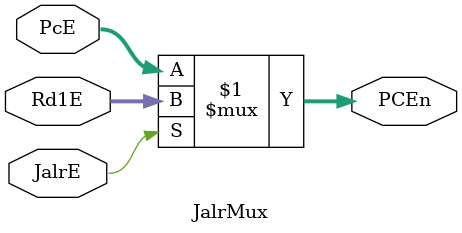
<source format=sv>
module JalrMux #(
    parameter ADDR_WIDTH = 32
) (
    input   logic [ADDR_WIDTH-1:0]  Rd1E,
    input   logic [ADDR_WIDTH-1:0]  PcE,
    input   logic                   JalrE,
    output  logic [ADDR_WIDTH-1:0]  PCEn
);
    assign PCEn = JalrE ? Rd1E : PcE;
    
endmodule

</source>
